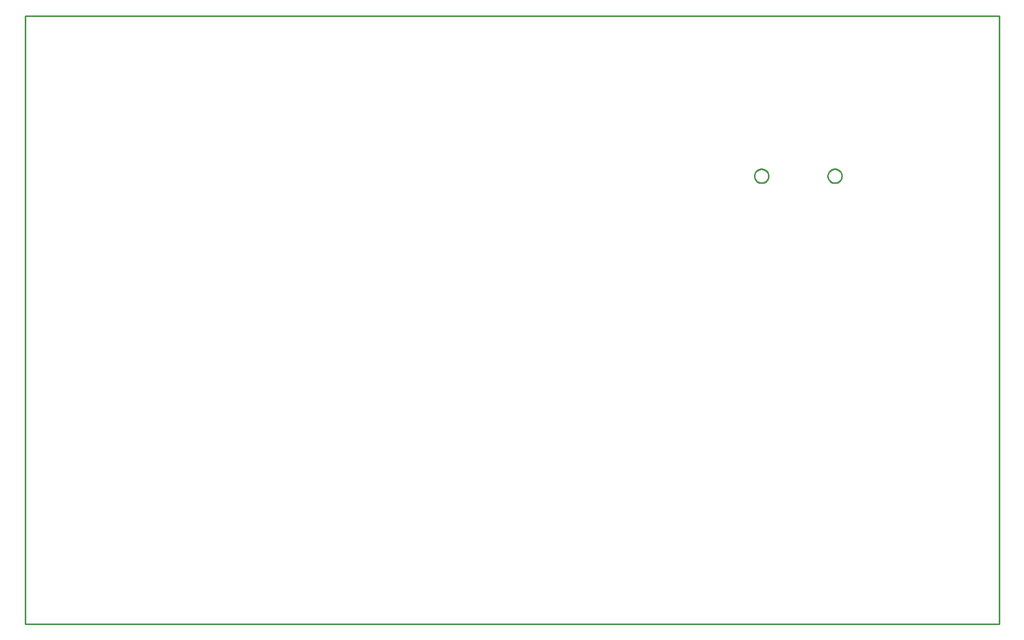
<source format=gbr>
G04 EAGLE Gerber RS-274X export*
G75*
%MOMM*%
%FSLAX34Y34*%
%LPD*%
%IN*%
%IPPOS*%
%AMOC8*
5,1,8,0,0,1.08239X$1,22.5*%
G01*
%ADD10C,0.254000*%


D10*
X0Y0D02*
X1600000Y0D01*
X1600000Y1000000D01*
X0Y1000000D01*
X0Y0D01*
X1221300Y736148D02*
X1221229Y735247D01*
X1221088Y734355D01*
X1220877Y733476D01*
X1220598Y732617D01*
X1220252Y731782D01*
X1219841Y730977D01*
X1219369Y730206D01*
X1218838Y729475D01*
X1218251Y728788D01*
X1217612Y728149D01*
X1216925Y727562D01*
X1216194Y727031D01*
X1215423Y726559D01*
X1214618Y726148D01*
X1213783Y725802D01*
X1212924Y725523D01*
X1212045Y725312D01*
X1211153Y725171D01*
X1210252Y725100D01*
X1209348Y725100D01*
X1208447Y725171D01*
X1207555Y725312D01*
X1206676Y725523D01*
X1205817Y725802D01*
X1204982Y726148D01*
X1204177Y726559D01*
X1203406Y727031D01*
X1202675Y727562D01*
X1201988Y728149D01*
X1201349Y728788D01*
X1200762Y729475D01*
X1200231Y730206D01*
X1199759Y730977D01*
X1199348Y731782D01*
X1199002Y732617D01*
X1198723Y733476D01*
X1198512Y734355D01*
X1198371Y735247D01*
X1198300Y736148D01*
X1198300Y737052D01*
X1198371Y737953D01*
X1198512Y738845D01*
X1198723Y739724D01*
X1199002Y740583D01*
X1199348Y741418D01*
X1199759Y742223D01*
X1200231Y742994D01*
X1200762Y743725D01*
X1201349Y744412D01*
X1201988Y745051D01*
X1202675Y745638D01*
X1203406Y746169D01*
X1204177Y746641D01*
X1204982Y747052D01*
X1205817Y747398D01*
X1206676Y747677D01*
X1207555Y747888D01*
X1208447Y748029D01*
X1209348Y748100D01*
X1210252Y748100D01*
X1211153Y748029D01*
X1212045Y747888D01*
X1212924Y747677D01*
X1213783Y747398D01*
X1214618Y747052D01*
X1215423Y746641D01*
X1216194Y746169D01*
X1216925Y745638D01*
X1217612Y745051D01*
X1218251Y744412D01*
X1218838Y743725D01*
X1219369Y742994D01*
X1219841Y742223D01*
X1220252Y741418D01*
X1220598Y740583D01*
X1220877Y739724D01*
X1221088Y738845D01*
X1221229Y737953D01*
X1221300Y737052D01*
X1221300Y736148D01*
X1341700Y736148D02*
X1341629Y735247D01*
X1341488Y734355D01*
X1341277Y733476D01*
X1340998Y732617D01*
X1340652Y731782D01*
X1340241Y730977D01*
X1339769Y730206D01*
X1339238Y729475D01*
X1338651Y728788D01*
X1338012Y728149D01*
X1337325Y727562D01*
X1336594Y727031D01*
X1335823Y726559D01*
X1335018Y726148D01*
X1334183Y725802D01*
X1333324Y725523D01*
X1332445Y725312D01*
X1331553Y725171D01*
X1330652Y725100D01*
X1329748Y725100D01*
X1328847Y725171D01*
X1327955Y725312D01*
X1327076Y725523D01*
X1326217Y725802D01*
X1325382Y726148D01*
X1324577Y726559D01*
X1323806Y727031D01*
X1323075Y727562D01*
X1322388Y728149D01*
X1321749Y728788D01*
X1321162Y729475D01*
X1320631Y730206D01*
X1320159Y730977D01*
X1319748Y731782D01*
X1319402Y732617D01*
X1319123Y733476D01*
X1318912Y734355D01*
X1318771Y735247D01*
X1318700Y736148D01*
X1318700Y737052D01*
X1318771Y737953D01*
X1318912Y738845D01*
X1319123Y739724D01*
X1319402Y740583D01*
X1319748Y741418D01*
X1320159Y742223D01*
X1320631Y742994D01*
X1321162Y743725D01*
X1321749Y744412D01*
X1322388Y745051D01*
X1323075Y745638D01*
X1323806Y746169D01*
X1324577Y746641D01*
X1325382Y747052D01*
X1326217Y747398D01*
X1327076Y747677D01*
X1327955Y747888D01*
X1328847Y748029D01*
X1329748Y748100D01*
X1330652Y748100D01*
X1331553Y748029D01*
X1332445Y747888D01*
X1333324Y747677D01*
X1334183Y747398D01*
X1335018Y747052D01*
X1335823Y746641D01*
X1336594Y746169D01*
X1337325Y745638D01*
X1338012Y745051D01*
X1338651Y744412D01*
X1339238Y743725D01*
X1339769Y742994D01*
X1340241Y742223D01*
X1340652Y741418D01*
X1340998Y740583D01*
X1341277Y739724D01*
X1341488Y738845D01*
X1341629Y737953D01*
X1341700Y737052D01*
X1341700Y736148D01*
M02*

</source>
